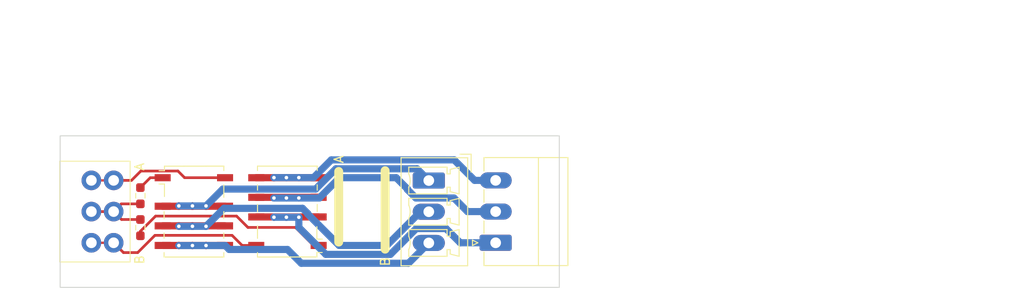
<source format=kicad_pcb>
(kicad_pcb (version 20240108) (generator "pcbnew") (generator_version "8.0")
  (layers (0 "F.Cu" signal) (31 "B.Cu" signal) (34 "B.Paste" user) (35 "F.Paste" user) (36 "B.SilkS" user "B.Silkscreen") (37 "F.SilkS" user "F.Silkscreen") (38 "B.Mask" user) (39 "F.Mask" user) (44 "Edge.Cuts" user))
  (net 0 "")
  (net 1 "/relay1/Coil2")
  (net 2 "/relay1/Coil1")
  (net 3 "/relay1/V+")
  (net 4 "/relay1/COM1")
  (net 5 "/relay1/NC1")
  (net 6 "/relay1/NO1")
  (net 7 "/relay1/COM2")
  (net 8 "/relay1/NC2")
  (net 9 "/relay1/NO2")
  (net 10 "Net-(K1-Pad1)")
  (net 11 "Net-(K2-Pad1)")
  (footprint "custom_kicad_lib_sk:R_0603_smalltext" (layer "F.Cu") (at 110.998 61.722 -90)
    (property "Reference" "R2" (hide yes))
    (property "Value" "680R")
    (fp_line (start -0.254724 0.5225) (end 0.254724 0.5225) (stroke (width 0.12)) (layer "F.SilkS"))
    (fp_line (start -0.254724 -0.5225) (end 0.254724 -0.5225) (stroke (width 0.12)) (layer "F.SilkS"))
    (pad "1" smd roundrect (at -0.9125 0 270) (size 0.975 0.95) (layers "F.Cu" "F.Paste" "F.Mask") (net 11 "Net-(K2-Pad1)"))
    (pad "2" smd roundrect (at 0.9125 0 270) (size 0.975 0.95) (layers "F.Cu" "F.Paste" "F.Mask") (net 3 "/relay1/V+"))
  )
  (footprint "Connector_Phoenix_MC:PhoenixContact_MC_1,5_3-G-3.5_1x03_P3.50mm_Horizontal" (layer "F.Cu") (at 150.8575 67 90)
    (property "Reference" "J4" (hide yes))
    (property "Value" "Screw_Terminal_01x03")
    (fp_line (start 0.3 -2.6) (end 0 -2) (stroke (width 0.12)) (layer "F.SilkS"))
    (fp_line (start -0.3 -2.6) (end 0.3 -2.6) (stroke (width 0.12)) (layer "F.SilkS"))
    (fp_line (start 0 -2) (end -0.3 -2.6) (stroke (width 0.12)) (layer "F.SilkS"))
    (fp_line (start 9.56 -1.31) (end 8.05 -1.31) (stroke (width 0.12)) (layer "F.SilkS"))
    (fp_line (start 4.55 -1.31) (end 5.95 -1.31) (stroke (width 0.12)) (layer "F.SilkS"))
    (fp_line (start 1.05 -1.31) (end 2.45 -1.31) (stroke (width 0.12)) (layer "F.SilkS"))
    (fp_line (start -2.56 -1.31) (end -1.05 -1.31) (stroke (width 0.12)) (layer "F.SilkS"))
    (fp_line (start -2.56 -1.31) (end -2.56 8.11) (stroke (width 0.12)) (layer "F.SilkS"))
    (fp_line (start -2.56 4.8) (end 9.56 4.8) (stroke (width 0.12)) (layer "F.SilkS"))
    (fp_line (start 9.56 8.11) (end 9.56 -1.31) (stroke (width 0.12)) (layer "F.SilkS"))
    (fp_line (start -2.56 8.11) (end 9.56 8.11) (stroke (width 0.12)) (layer "F.SilkS"))
    (pad "1" thru_hole roundrect (at 0 0 90) (size 1.8 3.6) (drill 1.2) (layers "*.Cu" "*.Mask") (roundrect_rratio 0.138889) (net 5 "/relay1/NC1"))
    (pad "2" thru_hole oval (at 3.5 0 90) (size 1.8 3.6) (drill 1.2) (layers "*.Cu" "*.Mask") (net 4 "/relay1/COM1"))
    (pad "3" thru_hole oval (at 7 0 90) (size 1.8 3.6) (drill 1.2) (layers "*.Cu" "*.Mask") (net 6 "/relay1/NO1"))
  )
  (footprint "Relay_SMD:Relay_DPDT_Omron_G6K-2F-Y" (layer "F.Cu") (at 117 63.5)
    (property "Reference" "K2" (hide yes))
    (property "Value" "G6K-2F-Y-TR DC12")
    (fp_line (start -3.34 0.8) (end -3.34 0) (stroke (width 0.12)) (layer "F.SilkS"))
    (fp_line (start -3.34 3) (end -3.34 2.4) (stroke (width 0.12)) (layer "F.SilkS"))
    (fp_line (start -3.34 5.1) (end -3.34 4.6) (stroke (width 0.12)) (layer "F.SilkS"))
    (fp_line (start -3.3 -5.09) (end -3.3 -4.59) (stroke (width 0.12)) (layer "F.SilkS"))
    (fp_line (start -3.3 -5.09) (end 3.36 -5.1) (stroke (width 0.12)) (layer "F.SilkS"))
    (fp_line (start -3.3 -4.59) (end -3.9 -4.59) (stroke (width 0.12)) (layer "F.SilkS"))
    (fp_line (start -3.3 -3.09) (end -3.9 -3.09) (stroke (width 0.12)) (layer "F.SilkS"))
    (fp_line (start -3.3 -1.69) (end -3.3 -3.09) (stroke (width 0.12)) (layer "F.SilkS"))
    (fp_line (start 3.36 -5.1) (end 3.36 -4.6) (stroke (width 0.12)) (layer "F.SilkS"))
    (fp_line (start 3.36 -3) (end 3.36 -1.6) (stroke (width 0.12)) (layer "F.SilkS"))
    (fp_line (start 3.36 0) (end 3.36 0.8) (stroke (width 0.12)) (layer "F.SilkS"))
    (fp_line (start 3.36 2.4) (end 3.36 3) (stroke (width 0.12)) (layer "F.SilkS"))
    (fp_line (start 3.36 4.6) (end 3.36 5.1) (stroke (width 0.12)) (layer "F.SilkS"))
    (fp_line (start 3.36 5.1) (end -3.34 5.1) (stroke (width 0.12)) (layer "F.SilkS"))
    (pad "1" smd rect (at -3.5 -3.8) (size 1.8 0.8) (layers "F.Cu" "F.Paste" "F.Mask") (net 11 "Net-(K2-Pad1)"))
    (pad "2" smd rect (at -3.5 -0.6) (size 1.8 0.8) (layers "F.Cu" "F.Paste" "F.Mask") (net 8 "/relay1/NC2"))
    (pad "3" smd rect (at -3.5 1.6) (size 1.8 0.8) (layers "F.Cu" "F.Paste" "F.Mask") (net 7 "/relay1/COM2"))
    (pad "4" smd rect (at -3.5 3.8) (size 1.8 0.8) (layers "F.Cu" "F.Paste" "F.Mask") (net 9 "/relay1/NO2"))
    (pad "5" smd rect (at 3.5 3.8) (size 1.8 0.8) (layers "F.Cu" "F.Paste" "F.Mask") (net 9 "/relay1/NO2"))
    (pad "6" smd rect (at 3.5 1.6) (size 1.8 0.8) (layers "F.Cu" "F.Paste" "F.Mask") (net 7 "/relay1/COM2"))
    (pad "7" smd rect (at 3.5 -0.6) (size 1.8 0.8) (layers "F.Cu" "F.Paste" "F.Mask") (net 8 "/relay1/NC2"))
    (pad "8" smd rect (at 3.5 -3.8) (size 1.8 0.8) (layers "F.Cu" "F.Paste" "F.Mask") (net 2 "/relay1/Coil1"))
  )
  (footprint "custom_kicad_lib_sk:R_0603_smalltext" (layer "F.Cu") (at 110.998 65.3015 90)
    (property "Reference" "R1" (hide yes))
    (property "Value" "680R")
    (fp_line (start -0.254724 -0.5225) (end 0.254724 -0.5225) (stroke (width 0.12)) (layer "F.SilkS"))
    (fp_line (start -0.254724 0.5225) (end 0.254724 0.5225) (stroke (width 0.12)) (layer "F.SilkS"))
    (pad "1" smd roundrect (at -0.9125 0 90) (size 0.975 0.95) (layers "F.Cu" "F.Paste" "F.Mask") (net 10 "Net-(K1-Pad1)"))
    (pad "2" smd roundrect (at 0.9125 0 90) (size 0.975 0.95) (layers "F.Cu" "F.Paste" "F.Mask") (net 3 "/relay1/V+"))
  )
  (footprint "custom_kicad_lib_sk:connector_3.50mm_3P horizontal_MALE" (layer "F.Cu") (at 108 63.5 -90)
    (property "Reference" "J1" (hide yes))
    (property "Value" "Screw_Terminal_01x03" (hide yes))
    (fp_line (start 5.65 6.05) (end -5.65 6.05) (stroke (width 0.1)) (layer "F.SilkS"))
    (fp_line (start -5.65 -1.85) (end -5.65 6.05) (stroke (width 0.1)) (layer "F.SilkS"))
    (fp_line (start -5.65 -1.85) (end 5.65 -1.85) (stroke (width 0.1)) (layer "F.SilkS"))
    (fp_line (start 5.65 -1.85) (end 5.65 6.05) (stroke (width 0.1)) (layer "F.SilkS"))
    (pad "1" thru_hole circle (at 3.5 0 270) (size 2.2 2.2) (drill 1.2) (layers "*.Cu" "*.Mask") (net 1 "/relay1/Coil2"))
    (pad "1" thru_hole circle (at 3.5 2.5 270) (size 2.2 2.2) (drill 1.2) (layers "*.Cu" "*.Mask") (net 1 "/relay1/Coil2"))
    (pad "2" thru_hole circle (at 0 0 270) (size 2.2 2.2) (drill 1.2) (layers "*.Cu" "*.Mask") (net 3 "/relay1/V+"))
    (pad "2" thru_hole circle (at 0 2.5 270) (size 2.2 2.2) (drill 1.2) (layers "*.Cu" "*.Mask") (net 3 "/relay1/V+"))
    (pad "3" thru_hole circle (at -3.5 0 270) (size 2.2 2.2) (drill 1.2) (layers "*.Cu" "*.Mask") (net 2 "/relay1/Coil1"))
    (pad "3" thru_hole circle (at -3.5 2.5 270) (size 2.2 2.2) (drill 1.2) (layers "*.Cu" "*.Mask") (net 2 "/relay1/Coil1"))
  )
  (footprint "Relay_SMD:Relay_DPDT_Omron_G6K-2F-Y" (layer "F.Cu") (at 127.5 63.5 180)
    (property "Reference" "K1" (hide yes))
    (property "Value" "G6K-2F-Y-TR DC12")
    (fp_line (start 3.36 5.1) (end -3.34 5.1) (stroke (width 0.12)) (layer "F.SilkS"))
    (fp_line (start 3.36 4.6) (end 3.36 5.1) (stroke (width 0.12)) (layer "F.SilkS"))
    (fp_line (start 3.36 2.4) (end 3.36 3) (stroke (width 0.12)) (layer "F.SilkS"))
    (fp_line (start 3.36 0) (end 3.36 0.8) (stroke (width 0.12)) (layer "F.SilkS"))
    (fp_line (start 3.36 -3) (end 3.36 -1.6) (stroke (width 0.12)) (layer "F.SilkS"))
    (fp_line (start 3.36 -5.1) (end 3.36 -4.6) (stroke (width 0.12)) (layer "F.SilkS"))
    (fp_line (start -3.3 -1.69) (end -3.3 -3.09) (stroke (width 0.12)) (layer "F.SilkS"))
    (fp_line (start -3.3 -3.09) (end -3.9 -3.09) (stroke (width 0.12)) (layer "F.SilkS"))
    (fp_line (start -3.3 -4.59) (end -3.9 -4.59) (stroke (width 0.12)) (layer "F.SilkS"))
    (fp_line (start -3.3 -5.09) (end 3.36 -5.1) (stroke (width 0.12)) (layer "F.SilkS"))
    (fp_line (start -3.3 -5.09) (end -3.3 -4.59) (stroke (width 0.12)) (layer "F.SilkS"))
    (fp_line (start -3.34 5.1) (end -3.34 4.6) (stroke (width 0.12)) (layer "F.SilkS"))
    (fp_line (start -3.34 3) (end -3.34 2.4) (stroke (width 0.12)) (layer "F.SilkS"))
    (fp_line (start -3.34 0.8) (end -3.34 0) (stroke (width 0.12)) (layer "F.SilkS"))
    (pad "1" smd rect (at -3.5 -3.8 180) (size 1.8 0.8) (layers "F.Cu" "F.Paste" "F.Mask") (net 10 "Net-(K1-Pad1)"))
    (pad "2" smd rect (at -3.5 -0.6 180) (size 1.8 0.8) (layers "F.Cu" "F.Paste" "F.Mask") (net 5 "/relay1/NC1"))
    (pad "3" smd rect (at -3.5 1.6 180) (size 1.8 0.8) (layers "F.Cu" "F.Paste" "F.Mask") (net 4 "/relay1/COM1"))
    (pad "4" smd rect (at -3.5 3.8 180) (size 1.8 0.8) (layers "F.Cu" "F.Paste" "F.Mask") (net 6 "/relay1/NO1"))
    (pad "5" smd rect (at 3.5 3.8 180) (size 1.8 0.8) (layers "F.Cu" "F.Paste" "F.Mask") (net 6 "/relay1/NO1"))
    (pad "6" smd rect (at 3.5 1.6 180) (size 1.8 0.8) (layers "F.Cu" "F.Paste" "F.Mask") (net 4 "/relay1/COM1"))
    (pad "7" smd rect (at 3.5 -0.6 180) (size 1.8 0.8) (layers "F.Cu" "F.Paste" "F.Mask") (net 5 "/relay1/NC1"))
    (pad "8" smd rect (at 3.5 -3.8 180) (size 1.8 0.8) (layers "F.Cu" "F.Paste" "F.Mask") (net 1 "/relay1/Coil2"))
  )
  (footprint "Connector_Phoenix_MC:PhoenixContact_MCV_1,5_3-G-3.5_1x03_P3.50mm_Vertical" (layer "F.Cu") (at 143.3575 60.0175 -90)
    (property "Reference" "J5" (hide yes))
    (property "Value" "Screw_Terminal_01x03")
    (fp_line (start -2.56 3.11) (end 9.56 3.11) (stroke (width 0.12)) (layer "F.SilkS"))
    (fp_line (start 9.56 3.11) (end 9.56 -4.36) (stroke (width 0.12)) (layer "F.SilkS"))
    (fp_line (start -1.5 2.25) (end -1.5 -2.05) (stroke (width 0.12)) (layer "F.SilkS"))
    (fp_line (start -0.75 2.25) (end -1.5 2.25) (stroke (width 0.12)) (layer "F.SilkS"))
    (fp_line (start 1.5 2.25) (end 0.75 2.25) (stroke (width 0.12)) (layer "F.SilkS"))
    (fp_line (start 2 2.25) (end 2 -2.05) (stroke (width 0.12)) (layer "F.SilkS"))
    (fp_line (start 2.75 2.25) (end 2 2.25) (stroke (width 0.12)) (layer "F.SilkS"))
    (fp_line (start 5 2.25) (end 4.25 2.25) (stroke (width 0.12)) (layer "F.SilkS"))
    (fp_line (start 5.5 2.25) (end 5.5 -2.05) (stroke (width 0.12)) (layer "F.SilkS"))
    (fp_line (start 6.25 2.25) (end 5.5 2.25) (stroke (width 0.12)) (layer "F.SilkS"))
    (fp_line (start 8.5 2.25) (end 7.75 2.25) (stroke (width 0.12)) (layer "F.SilkS"))
    (fp_line (start -1.5 -2.05) (end -0.75 -2.05) (stroke (width 0.12)) (layer "F.SilkS"))
    (fp_line (start -0.75 -2.05) (end -0.75 -2.4) (stroke (width 0.12)) (layer "F.SilkS"))
    (fp_line (start 0.75 -2.05) (end 1.5 -2.05) (stroke (width 0.12)) (layer "F.SilkS"))
    (fp_line (start 1.5 -2.05) (end 1.5 2.25) (stroke (width 0.12)) (layer "F.SilkS"))
    (fp_line (start 2 -2.05) (end 2.75 -2.05) (stroke (width 0.12)) (layer "F.SilkS"))
    (fp_line (start 2.75 -2.05) (end 2.75 -2.4) (stroke (width 0.12)) (layer "F.SilkS"))
    (fp_line (start 4.25 -2.05) (end 5 -2.05) (stroke (width 0.12)) (layer "F.SilkS"))
    (fp_line (start 5 -2.05) (end 5 2.25) (stroke (width 0.12)) (layer "F.SilkS"))
    (fp_line (start 5.5 -2.05) (end 6.25 -2.05) (stroke (width 0.12)) (layer "F.SilkS"))
    (fp_line (start 6.25 -2.05) (end 6.25 -2.4) (stroke (width 0.12)) (layer "F.SilkS"))
    (fp_line (start 7.75 -2.05) (end 8.5 -2.05) (stroke (width 0.12)) (layer "F.SilkS"))
    (fp_line (start 8.5 -2.05) (end 8.5 2.25) (stroke (width 0.12)) (layer "F.SilkS"))
    (fp_line (start -1.25 -2.4) (end -1.5 -3.4) (stroke (width 0.12)) (layer "F.SilkS"))
    (fp_line (start -0.75 -2.4) (end -1.25 -2.4) (stroke (width 0.12)) (layer "F.SilkS"))
    (fp_line (start 0.75 -2.4) (end 0.75 -2.05) (stroke (width 0.12)) (layer "F.SilkS"))
    (fp_line (start 1.25 -2.4) (end 0.75 -2.4) (stroke (width 0.12)) (layer "F.SilkS"))
    (fp_line (start 2.25 -2.4) (end 2 -3.4) (stroke (width 0.12)) (layer "F.SilkS"))
    (fp_line (start 2.75 -2.4) (end 2.25 -2.4) (stroke (width 0.12)) (layer "F.SilkS"))
    (fp_line (start 4.25 -2.4) (end 4.25 -2.05) (stroke (width 0.12)) (layer "F.SilkS"))
    (fp_line (start 4.75 -2.4) (end 4.25 -2.4) (stroke (width 0.12)) (layer "F.SilkS"))
    (fp_line (start 5.75 -2.4) (end 5.5 -3.4) (stroke (width 0.12)) (layer "F.SilkS"))
    (fp_line (start 6.25 -2.4) (end 5.75 -2.4) (stroke (width 0.12)) (layer "F.SilkS"))
    (fp_line (start 7.75 -2.4) (end 7.75 -2.05) (stroke (width 0.12)) (layer "F.SilkS"))
    (fp_line (start 8.25 -2.4) (end 7.75 -2.4) (stroke (width 0.12)) (layer "F.SilkS"))
    (fp_line (start -1.5 -3.4) (end 1.5 -3.4) (stroke (width 0.12)) (layer "F.SilkS"))
    (fp_line (start 1.5 -3.4) (end 1.25 -2.4) (stroke (width 0.12)) (layer "F.SilkS"))
    (fp_line (start 2 -3.4) (end 5 -3.4) (stroke (width 0.12)) (layer "F.SilkS"))
    (fp_line (start 5 -3.4) (end 4.75 -2.4) (stroke (width 0.12)) (layer "F.SilkS"))
    (fp_line (start 5.5 -3.4) (end 8.5 -3.4) (stroke (width 0.12)) (layer "F.SilkS"))
    (fp_line (start 8.5 -3.4) (end 8.25 -2.4) (stroke (width 0.12)) (layer "F.SilkS"))
    (fp_line (start -2.95 -3.5) (end -2.95 -4.75) (stroke (width 0.12)) (layer "F.SilkS"))
    (fp_line (start -2.56 -4.36) (end -2.56 3.11) (stroke (width 0.12)) (layer "F.SilkS"))
    (fp_line (start 9.56 -4.36) (end -2.56 -4.36) (stroke (width 0.12)) (layer "F.SilkS"))
    (fp_line (start -2.95 -4.75) (end -0.95 -4.75) (stroke (width 0.12)) (layer "F.SilkS"))
    (fp_arc (start -0.75 2.25) (mid -0.000193 2.09191) (end 0.749647 2.249844) (stroke (width 0.12)) (layer "F.SilkS"))
    (fp_arc (start 2.75 2.25) (mid 3.499807 2.09191) (end 4.249647 2.249844) (stroke (width 0.12)) (layer "F.SilkS"))
    (fp_arc (start 6.25 2.25) (mid 6.999807 2.09191) (end 7.749647 2.249844) (stroke (width 0.12)) (layer "F.SilkS"))
    (pad "1" thru_hole roundrect (at 0 0 270) (size 1.8 3.6) (drill 1.2) (layers "*.Cu" "*.Mask") (roundrect_rratio 0.138889) (net 8 "/relay1/NC2"))
    (pad "2" thru_hole oval (at 3.5 0 270) (size 1.8 3.6) (drill 1.2) (layers "*.Cu" "*.Mask") (net 7 "/relay1/COM2"))
    (pad "3" thru_hole oval (at 7 0 270) (size 1.8 3.6) (drill 1.2) (layers "*.Cu" "*.Mask") (net 9 "/relay1/NO2"))
  )
  (footprint "MountingHole:MountingHole_3.2mm_M3" (layer "F.Cu") (at 136 63.5)
    (property "Reference" "REF**" (hide yes))
    (property "Value" "MountingHole_3.2mm_M3")
    (pad "" np_thru_hole circle (at 0 0) (size 3.2 3.2) (drill 3.2) (layers "*.Cu" "*.Mask"))
  )
  (gr_line (start 133.25 59) (end 133.25 66.921) (stroke (width 1)) (layer "F.SilkS"))
  (gr_line (start 138.457 58.921) (end 138.457 67.715) (stroke (width 1)) (layer "F.SilkS"))
  (gr_rect (start 102 55) (end 158 72) (stroke (width 0.1)) (fill none) (layer "Edge.Cuts"))
  (gr_text "A" (at 111.5 59 90) (layer "F.SilkS") (effects (font (size 1 1)) (justify left bottom)))
  (gr_text "B" (at 139.065 69.723 90) (layer "F.SilkS") (effects (font (size 1 1)) (justify left bottom)))
  (gr_text "B" (at 111.5 69.5 90) (layer "F.SilkS") (effects (font (size 1 1)) (justify left bottom)))
  (gr_text "A" (at 133.858 58.166 90) (layer "F.SilkS") (effects (font (size 1 1)) (justify left bottom)))
  (segment (start 122.418 67.3) (end 124 67.3) (width 0.3) (layer "F.Cu") (net 1))
  (segment (start 112.633 66.167) (end 121.285 66.167) (width 0.3) (layer "F.Cu") (net 1))
  (segment (start 109.099999 68.099999) (end 110.700001 68.099999) (width 0.3) (layer "F.Cu") (net 1))
  (segment (start 105.5 67) (end 108 67) (width 0.25) (layer "F.Cu") (net 1))
  (segment (start 110.700001 68.099999) (end 112.633 66.167) (width 0.3) (layer "F.Cu") (net 1))
  (segment (start 108 67) (end 109.099999 68.099999) (width 0.3) (layer "F.Cu") (net 1))
  (segment (start 121.285 66.167) (end 122.418 67.3) (width 0.3) (layer "F.Cu") (net 1))
  (segment (start 115.961 59.7) (end 115.211 58.95) (width 0.3) (layer "F.Cu") (net 2))
  (segment (start 115.211 58.95) (end 111.05 58.95) (width 0.3) (layer "F.Cu") (net 2))
  (segment (start 111.05 58.95) (end 110 60) (width 0.3) (layer "F.Cu") (net 2))
  (segment (start 108 60) (end 105.5 60) (width 0.25) (layer "F.Cu") (net 2))
  (segment (start 110 60) (end 108 60) (width 0.3) (layer "F.Cu") (net 2))
  (segment (start 120.5 59.7) (end 115.961 59.7) (width 0.3) (layer "F.Cu") (net 2))
  (segment (start 110.998 62.6345) (end 108.8655 62.6345) (width 0.3) (layer "F.Cu") (net 3))
  (segment (start 108 63.5) (end 105.5 63.5) (width 0.3) (layer "F.Cu") (net 3))
  (segment (start 110.998 64.389) (end 108.889 64.389) (width 0.3) (layer "F.Cu") (net 3))
  (segment (start 108.889 64.389) (end 108 63.5) (width 0.3) (layer "F.Cu") (net 3))
  (segment (start 108.8655 62.6345) (end 108 63.5) (width 0.3) (layer "F.Cu") (net 3))
  (segment (start 124 61.9) (end 131 61.9) (width 0.8) (layer "F.Cu") (net 4))
  (via (at 127.381 61.976) (size 0.8) (drill 0.4) (layers "F.Cu" "B.Cu") (net 4))
  (via (at 125.984 61.976) (size 0.8) (drill 0.4) (layers "F.Cu" "B.Cu") (net 4))
  (via (at 128.778 61.976) (size 0.8) (drill 0.4) (layers "F.Cu" "B.Cu") (net 4))
  (segment (start 128.778 61.976) (end 131.076607 61.976) (width 0.8) (layer "B.Cu") (net 4))
  (segment (start 147.701 63.5) (end 150.8575 63.5) (width 0.8) (layer "B.Cu") (net 4))
  (segment (start 141.90699 61.976) (end 146.177 61.976) (width 0.8) (layer "B.Cu") (net 4))
  (segment (start 140.9575 60.9575) (end 140.9575 61.02651) (width 0.8) (layer "B.Cu") (net 4))
  (segment (start 125.984 61.976) (end 128.778 61.976) (width 0.8) (layer "B.Cu") (net 4))
  (segment (start 140.9575 61.02651) (end 141.90699 61.976) (width 0.8) (layer "B.Cu") (net 4))
  (segment (start 133.352607 59.7) (end 139.7 59.7) (width 0.8) (layer "B.Cu") (net 4))
  (segment (start 146.177 61.976) (end 147.701 63.5) (width 0.8) (layer "B.Cu") (net 4))
  (segment (start 139.7 59.7) (end 140.9575 60.9575) (width 0.8) (layer "B.Cu") (net 4))
  (segment (start 131.076607 61.976) (end 133.352607 59.7) (width 0.8) (layer "B.Cu") (net 4))
  (segment (start 131 64.1) (end 124 64.1) (width 0.8) (layer "F.Cu") (net 5))
  (via (at 125.984 64.135) (size 0.8) (drill 0.4) (layers "F.Cu" "B.Cu") (net 5))
  (via (at 127.381 64.135) (size 0.8) (drill 0.4) (layers "F.Cu" "B.Cu") (net 5))
  (via (at 128.778 64.135) (size 0.8) (drill 0.4) (layers "F.Cu" "B.Cu") (net 5))
  (segment (start 131.8 68.3) (end 139.05368 68.3) (width 0.8) (layer "B.Cu") (net 5))
  (segment (start 139.05368 68.3) (end 141.94868 65.405) (width 0.8) (layer "B.Cu") (net 5))
  (segment (start 145.288 65.405) (end 146.883 67) (width 0.8) (layer "B.Cu") (net 5))
  (segment (start 128.778 65.278) (end 131.8 68.3) (width 0.8) (layer "B.Cu") (net 5))
  (segment (start 146.883 67) (end 150.8575 67) (width 0.8) (layer "B.Cu") (net 5))
  (segment (start 141.94868 65.405) (end 145.288 65.405) (width 0.8) (layer "B.Cu") (net 5))
  (segment (start 125.984 64.135) (end 128.778 64.135) (width 0.8) (layer "B.Cu") (net 5))
  (segment (start 128.778 64.135) (end 128.778 65.278) (width 0.8) (layer "B.Cu") (net 5))
  (segment (start 125.984 59.69) (end 125.974 59.7) (width 0.8) (layer "F.Cu") (net 6))
  (segment (start 125.994 59.7) (end 125.984 59.69) (width 0.8) (layer "F.Cu") (net 6))
  (segment (start 131 59.7) (end 125.994 59.7) (width 0.8) (layer "F.Cu") (net 6))
  (segment (start 125.974 59.7) (end 124 59.7) (width 0.8) (layer "F.Cu") (net 6))
  (via (at 128.778 59.69) (size 0.8) (drill 0.4) (layers "F.Cu" "B.Cu") (net 6))
  (via (at 125.984 59.69) (size 0.8) (drill 0.4) (layers "F.Cu" "B.Cu") (net 6))
  (via (at 127.381 59.69) (size 0.8) (drill 0.4) (layers "F.Cu" "B.Cu") (net 6))
  (segment (start 125.984 59.69) (end 130.429 59.69) (width 0.8) (layer "B.Cu") (net 6))
  (segment (start 148.5 60) (end 150.8575 60) (width 0.8) (layer "B.Cu") (net 6))
  (segment (start 130.429 59.69) (end 132.419 57.7) (width 0.8) (layer "B.Cu") (net 6))
  (segment (start 132.419 57.7) (end 146.2 57.7) (width 0.8) (layer "B.Cu") (net 6))
  (segment (start 146.2 57.7) (end 148.5 60) (width 0.8) (layer "B.Cu") (net 6))
  (segment (start 115.265 65.1) (end 115.316 65.151) (width 0.8) (layer "F.Cu") (net 7))
  (segment (start 116.891 65.1) (end 118.313 65.1) (width 0.8) (layer "F.Cu") (net 7))
  (segment (start 118.415 65.1) (end 120.5 65.1) (width 0.8) (layer "F.Cu") (net 7))
  (segment (start 116.84 65.151) (end 116.891 65.1) (width 0.8) (layer "F.Cu") (net 7))
  (segment (start 118.313 65.1) (end 118.364 65.151) (width 0.8) (layer "F.Cu") (net 7))
  (segment (start 116.789 65.1) (end 116.84 65.151) (width 0.8) (layer "F.Cu") (net 7))
  (segment (start 113.5 65.1) (end 115.265 65.1) (width 0.8) (layer "F.Cu") (net 7))
  (segment (start 115.316 65.151) (end 115.367 65.1) (width 0.8) (layer "F.Cu") (net 7))
  (segment (start 118.364 65.151) (end 118.415 65.1) (width 0.8) (layer "F.Cu") (net 7))
  (segment (start 115.367 65.1) (end 116.789 65.1) (width 0.8) (layer "F.Cu") (net 7))
  (via (at 116.84 65.151) (size 0.8) (drill 0.4) (layers "F.Cu" "B.Cu") (net 7))
  (via (at 118.364 65.151) (size 0.8) (drill 0.4) (layers "F.Cu" "B.Cu") (net 7))
  (via (at 115.316 65.151) (size 0.8) (drill 0.4) (layers "F.Cu" "B.Cu") (net 7))
  (segment (start 138.639466 67.3) (end 142.421966 63.5175) (width 0.8) (layer "B.Cu") (net 7))
  (segment (start 142.421966 63.5175) (end 143.3575 63.5175) (width 0.8) (layer "B.Cu") (net 7))
  (segment (start 129.192214 63.135) (end 129.778 63.720786) (width 0.8) (layer "B.Cu") (net 7))
  (segment (start 133.3 67.3) (end 138.639466 67.3) (width 0.8) (layer "B.Cu") (net 7))
  (segment (start 129.778 63.778) (end 133.3 67.3) (width 0.8) (layer "B.Cu") (net 7))
  (segment (start 129.778 63.720786) (end 129.778 63.778) (width 0.8) (layer "B.Cu") (net 7))
  (segment (start 120.38 63.135) (end 129.192214 63.135) (width 0.8) (layer "B.Cu") (net 7))
  (segment (start 115.316 65.151) (end 118.364 65.151) (width 0.8) (layer "B.Cu") (net 7))
  (segment (start 118.364 65.151) (end 120.38 63.135) (width 0.8) (layer "B.Cu") (net 7))
  (segment (start 118.399 62.9) (end 118.364 62.865) (width 0.8) (layer "F.Cu") (net 8))
  (segment (start 116.875 62.9) (end 116.84 62.865) (width 0.8) (layer "F.Cu") (net 8))
  (segment (start 118.364 62.865) (end 118.329 62.9) (width 0.8) (layer "F.Cu") (net 8))
  (segment (start 115.316 62.865) (end 115.281 62.9) (width 0.8) (layer "F.Cu") (net 8))
  (segment (start 116.805 62.9) (end 115.351 62.9) (width 0.8) (layer "F.Cu") (net 8))
  (segment (start 120.5 62.9) (end 118.399 62.9) (width 0.8) (layer "F.Cu") (net 8))
  (segment (start 115.351 62.9) (end 115.316 62.865) (width 0.8) (layer "F.Cu") (net 8))
  (segment (start 118.329 62.9) (end 116.875 62.9) (width 0.8) (layer "F.Cu") (net 8))
  (segment (start 115.281 62.9) (end 113.5 62.9) (width 0.8) (layer "F.Cu") (net 8))
  (segment (start 116.84 62.865) (end 116.805 62.9) (width 0.8) (layer "F.Cu") (net 8))
  (via (at 116.84 62.865) (size 0.8) (drill 0.4) (layers "F.Cu" "B.Cu") (net 8))
  (via (at 118.364 62.865) (size 0.8) (drill 0.4) (layers "F.Cu" "B.Cu") (net 8))
  (via (at 115.316 62.865) (size 0.8) (drill 0.4) (layers "F.Cu" "B.Cu") (net 8))
  (segment (start 142.04 58.7) (end 143.3575 60.0175) (width 0.8) (layer "B.Cu") (net 8))
  (segment (start 130.662393 60.976) (end 132.938393 58.7) (width 0.8) (layer "B.Cu") (net 8))
  (segment (start 132.938393 58.7) (end 142.04 58.7) (width 0.8) (layer "B.Cu") (net 8))
  (segment (start 118.364 62.865) (end 120.253 60.976) (width 0.8) (layer "B.Cu") (net 8))
  (segment (start 120.253 60.976) (end 130.662393 60.976) (width 0.8) (layer "B.Cu") (net 8))
  (segment (start 115.316 62.865) (end 118.364 62.865) (width 0.8) (layer "B.Cu") (net 8))
  (segment (start 116.85 67.3) (end 118.354 67.3) (width 0.8) (layer "F.Cu") (net 9))
  (segment (start 116.84 67.31) (end 116.85 67.3) (width 0.8) (layer "F.Cu") (net 9))
  (segment (start 118.364 67.31) (end 118.374 67.3) (width 0.8) (layer "F.Cu") (net 9))
  (segment (start 115.316 67.31) (end 115.326 67.3) (width 0.8) (layer "F.Cu") (net 9))
  (segment (start 118.354 67.3) (end 118.364 67.31) (width 0.8) (layer "F.Cu") (net 9))
  (segment (start 116.83 67.3) (end 116.84 67.31) (width 0.8) (layer "F.Cu") (net 9))
  (segment (start 118.374 67.3) (end 120.5 67.3) (width 0.8) (layer "F.Cu") (net 9))
  (segment (start 113.5 67.3) (end 115.306 67.3) (width 0.8) (layer "F.Cu") (net 9))
  (segment (start 115.306 67.3) (end 115.316 67.31) (width 0.8) (layer "F.Cu") (net 9))
  (segment (start 115.326 67.3) (end 116.83 67.3) (width 0.8) (layer "F.Cu") (net 9))
  (via (at 115.316 67.31) (size 0.8) (drill 0.4) (layers "F.Cu" "B.Cu") (net 9))
  (via (at 116.84 67.31) (size 0.8) (drill 0.4) (layers "F.Cu" "B.Cu") (net 9))
  (via (at 118.364 67.31) (size 0.8) (drill 0.4) (layers "F.Cu" "B.Cu") (net 9))
  (segment (start 120.963 67.75) (end 120.523 67.31) (width 0.8) (layer "B.Cu") (net 9))
  (segment (start 141.075 69.3) (end 129.05 69.3) (width 0.8) (layer "B.Cu") (net 9))
  (segment (start 127.5 67.75) (end 120.963 67.75) (width 0.8) (layer "B.Cu") (net 9))
  (segment (start 129.05 69.3) (end 127.5 67.75) (width 0.8) (layer "B.Cu") (net 9))
  (segment (start 143.3575 67.0175) (end 141.075 69.3) (width 0.8) (layer "B.Cu") (net 9))
  (segment (start 120.523 67.31) (end 115.316 67.31) (width 0.8) (layer "B.Cu") (net 9))
  (segment (start 121.793 64.008) (end 112.703932 64.008) (width 0.3) (layer "F.Cu") (net 10))
  (segment (start 110.998 65.713932) (end 110.998 66.214) (width 0.3) (layer "F.Cu") (net 10))
  (segment (start 112.703932 64.008) (end 110.998 65.713932) (width 0.3) (layer "F.Cu") (net 10))
  (segment (start 123.063 65.278) (end 121.793 64.008) (width 0.3) (layer "F.Cu") (net 10))
  (segment (start 128.397 65.278) (end 123.063 65.278) (width 0.3) (layer "F.Cu") (net 10))
  (segment (start 130.419 67.3) (end 128.397 65.278) (width 0.3) (layer "F.Cu") (net 10))
  (segment (start 131 67.3) (end 130.419 67.3) (width 0.3) (layer "F.Cu") (net 10))
  (segment (start 112.1075 59.7) (end 110.998 60.8095) (width 0.3) (layer "F.Cu") (net 11))
  (segment (start 113.5 59.7) (end 112.1075 59.7) (width 0.3) (layer "F.Cu") (net 11))
)
</source>
